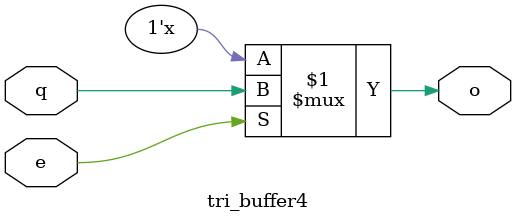
<source format=v>
`timescale 1ns / 1ps


module tri_buffer4(
input q,
input e,
output o
);
assign o= e?q:1'bz;
endmodule

</source>
